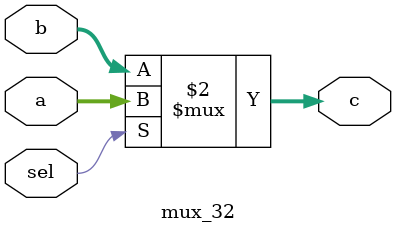
<source format=v>
`timescale 1ns / 1ps


module mux_32(sel,a,b,c);
input sel;
input[31:0] a,b;
output wire[31:0] c;

assign c = (sel == 1'b1)? a: b;
endmodule

</source>
